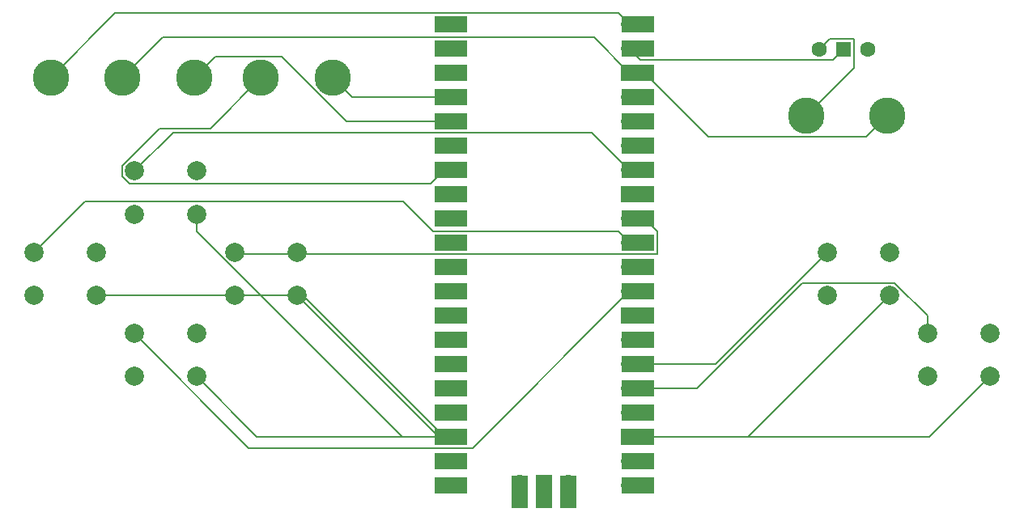
<source format=gbr>
%TF.GenerationSoftware,KiCad,Pcbnew,9.0.5*%
%TF.CreationDate,2025-11-07T13:00:17-05:00*%
%TF.ProjectId,PCB,5043422e-6b69-4636-9164-5f7063625858,rev?*%
%TF.SameCoordinates,Original*%
%TF.FileFunction,Copper,L1,Top*%
%TF.FilePolarity,Positive*%
%FSLAX46Y46*%
G04 Gerber Fmt 4.6, Leading zero omitted, Abs format (unit mm)*
G04 Created by KiCad (PCBNEW 9.0.5) date 2025-11-07 13:00:17*
%MOMM*%
%LPD*%
G01*
G04 APERTURE LIST*
%TA.AperFunction,ComponentPad*%
%ADD10C,3.800000*%
%TD*%
%TA.AperFunction,ComponentPad*%
%ADD11C,2.000000*%
%TD*%
%TA.AperFunction,ComponentPad*%
%ADD12R,1.500000X1.500000*%
%TD*%
%TA.AperFunction,ComponentPad*%
%ADD13C,1.600000*%
%TD*%
%TA.AperFunction,ComponentPad*%
%ADD14O,1.700000X1.700000*%
%TD*%
%TA.AperFunction,SMDPad,CuDef*%
%ADD15R,3.500000X1.700000*%
%TD*%
%TA.AperFunction,ComponentPad*%
%ADD16R,1.700000X1.700000*%
%TD*%
%TA.AperFunction,SMDPad,CuDef*%
%ADD17R,1.700000X3.500000*%
%TD*%
%TA.AperFunction,Conductor*%
%ADD18C,0.200000*%
%TD*%
G04 APERTURE END LIST*
D10*
%TO.P,H1,1,1*%
%TO.N,Net-(U1-VBUS)*%
X70500000Y-74000000D03*
%TD*%
D11*
%TO.P,SW1,1,1*%
%TO.N,Net-(U1-GPIO28_ADC2)*%
X79250000Y-83750000D03*
X85750000Y-83750000D03*
%TO.P,SW1,2,2*%
%TO.N,Net-(SW1-Pad2)*%
X79250000Y-88250000D03*
X85750000Y-88250000D03*
%TD*%
%TO.P,SW3,1,1*%
%TO.N,Net-(U1-GPIO27_ADC1)*%
X89750000Y-92250000D03*
X96250000Y-92250000D03*
%TO.P,SW3,2,2*%
%TO.N,Net-(SW1-Pad2)*%
X89750000Y-96750000D03*
X96250000Y-96750000D03*
%TD*%
D12*
%TO.P,SW7,1,A*%
%TO.N,Net-(SW7-A)*%
X153460000Y-71000000D03*
D13*
%TO.P,SW7,2,B*%
%TO.N,Net-(SW7-B)*%
X150920000Y-71000000D03*
%TO.P,SW7,3,C*%
%TO.N,unconnected-(SW7-C-Pad3)*%
X156000000Y-71000000D03*
%TD*%
D11*
%TO.P,SW5,1,1*%
%TO.N,Net-(U1-GPIO20)*%
X151750000Y-92250000D03*
X158250000Y-92250000D03*
%TO.P,SW5,2,2*%
%TO.N,Net-(SW5-Pad2)*%
X151750000Y-96750000D03*
X158250000Y-96750000D03*
%TD*%
%TO.P,SW2,1,1*%
%TO.N,Net-(U1-GPIO26_ADC0)*%
X68750000Y-92250000D03*
X75250000Y-92250000D03*
%TO.P,SW2,2,2*%
%TO.N,Net-(SW1-Pad2)*%
X68750000Y-96750000D03*
X75250000Y-96750000D03*
%TD*%
D10*
%TO.P,H4,1,1*%
%TO.N,Net-(U1-GPIO5)*%
X92500000Y-74000000D03*
%TD*%
D11*
%TO.P,SW6,1,1*%
%TO.N,Net-(U1-GPIO19)*%
X162250000Y-100750000D03*
X168750000Y-100750000D03*
%TO.P,SW6,2,2*%
%TO.N,Net-(SW5-Pad2)*%
X162250000Y-105250000D03*
X168750000Y-105250000D03*
%TD*%
%TO.P,SW4,1,1*%
%TO.N,Net-(U1-GPIO22)*%
X79250000Y-100750000D03*
X85750000Y-100750000D03*
%TO.P,SW4,2,2*%
%TO.N,Net-(SW1-Pad2)*%
X79250000Y-105250000D03*
X85750000Y-105250000D03*
%TD*%
D10*
%TO.P,H6,1,1*%
%TO.N,Net-(SW7-B)*%
X149500000Y-78000000D03*
%TD*%
D14*
%TO.P,U1,1,GPIO0*%
%TO.N,unconnected-(U1-GPIO0-Pad1)*%
X113220000Y-68400000D03*
D15*
X112320000Y-68400000D03*
D14*
%TO.P,U1,2,GPIO1*%
%TO.N,unconnected-(U1-GPIO1-Pad2)*%
X113220000Y-70940000D03*
D15*
X112320000Y-70940000D03*
D16*
%TO.P,U1,3,GND*%
%TO.N,unconnected-(U1-GND-Pad3)*%
X113220000Y-73480000D03*
D15*
X112320000Y-73480000D03*
D14*
%TO.P,U1,4,GPIO2*%
%TO.N,Net-(U1-GPIO2)*%
X113220000Y-76020000D03*
D15*
X112320000Y-76020000D03*
D14*
%TO.P,U1,5,GPIO3*%
%TO.N,Net-(U1-GPIO3)*%
X113220000Y-78560000D03*
D15*
X112320000Y-78560000D03*
D14*
%TO.P,U1,6,GPIO4*%
%TO.N,unconnected-(U1-GPIO4-Pad6)*%
X113220000Y-81100000D03*
D15*
X112320000Y-81100000D03*
D14*
%TO.P,U1,7,GPIO5*%
%TO.N,Net-(U1-GPIO5)*%
X113220000Y-83640000D03*
D15*
X112320000Y-83640000D03*
D16*
%TO.P,U1,8,GND*%
%TO.N,unconnected-(U1-GND-Pad8)*%
X113220000Y-86180000D03*
D15*
X112320000Y-86180000D03*
D14*
%TO.P,U1,9,GPIO6*%
%TO.N,unconnected-(U1-GPIO6-Pad9)*%
X113220000Y-88720000D03*
D15*
X112320000Y-88720000D03*
D14*
%TO.P,U1,10,GPIO7*%
%TO.N,unconnected-(U1-GPIO7-Pad10)*%
X113220000Y-91260000D03*
D15*
X112320000Y-91260000D03*
D14*
%TO.P,U1,11,GPIO8*%
%TO.N,unconnected-(U1-GPIO8-Pad11)*%
X113220000Y-93800000D03*
D15*
X112320000Y-93800000D03*
D14*
%TO.P,U1,12,GPIO9*%
%TO.N,unconnected-(U1-GPIO9-Pad12)*%
X113220000Y-96340000D03*
D15*
X112320000Y-96340000D03*
D16*
%TO.P,U1,13,GND*%
%TO.N,unconnected-(U1-GND-Pad13)*%
X113220000Y-98880000D03*
D15*
X112320000Y-98880000D03*
D14*
%TO.P,U1,14,GPIO10*%
%TO.N,unconnected-(U1-GPIO10-Pad14)*%
X113220000Y-101420000D03*
D15*
X112320000Y-101420000D03*
D14*
%TO.P,U1,15,GPIO11*%
%TO.N,unconnected-(U1-GPIO11-Pad15)*%
X113220000Y-103960000D03*
D15*
X112320000Y-103960000D03*
D14*
%TO.P,U1,16,GPIO12*%
%TO.N,unconnected-(U1-GPIO12-Pad16)*%
X113220000Y-106500000D03*
D15*
X112320000Y-106500000D03*
D14*
%TO.P,U1,17,GPIO13*%
%TO.N,unconnected-(U1-GPIO13-Pad17)*%
X113220000Y-109040000D03*
D15*
X112320000Y-109040000D03*
D16*
%TO.P,U1,18,GND*%
%TO.N,Net-(SW1-Pad2)*%
X113220000Y-111580000D03*
D15*
X112320000Y-111580000D03*
D14*
%TO.P,U1,19,GPIO14*%
%TO.N,unconnected-(U1-GPIO14-Pad19)*%
X113220000Y-114120000D03*
D15*
X112320000Y-114120000D03*
D14*
%TO.P,U1,20,GPIO15*%
%TO.N,unconnected-(U1-GPIO15-Pad20)*%
X113220000Y-116660000D03*
D15*
X112320000Y-116660000D03*
D14*
%TO.P,U1,21,GPIO16*%
%TO.N,unconnected-(U1-GPIO16-Pad21)*%
X131000000Y-116660000D03*
D15*
X131900000Y-116660000D03*
D14*
%TO.P,U1,22,GPIO17*%
%TO.N,unconnected-(U1-GPIO17-Pad22)*%
X131000000Y-114120000D03*
D15*
X131900000Y-114120000D03*
D16*
%TO.P,U1,23,GND*%
%TO.N,Net-(SW5-Pad2)*%
X131000000Y-111580000D03*
D15*
X131900000Y-111580000D03*
D14*
%TO.P,U1,24,GPIO18*%
%TO.N,unconnected-(U1-GPIO18-Pad24)*%
X131000000Y-109040000D03*
D15*
X131900000Y-109040000D03*
D14*
%TO.P,U1,25,GPIO19*%
%TO.N,Net-(U1-GPIO19)*%
X131000000Y-106500000D03*
D15*
X131900000Y-106500000D03*
D14*
%TO.P,U1,26,GPIO20*%
%TO.N,Net-(U1-GPIO20)*%
X131000000Y-103960000D03*
D15*
X131900000Y-103960000D03*
D14*
%TO.P,U1,27,GPIO21*%
%TO.N,unconnected-(U1-GPIO21-Pad27)*%
X131000000Y-101420000D03*
D15*
X131900000Y-101420000D03*
D16*
%TO.P,U1,28,GND*%
%TO.N,unconnected-(U1-GND-Pad28)*%
X131000000Y-98880000D03*
D15*
X131900000Y-98880000D03*
D14*
%TO.P,U1,29,GPIO22*%
%TO.N,Net-(U1-GPIO22)*%
X131000000Y-96340000D03*
D15*
X131900000Y-96340000D03*
D14*
%TO.P,U1,30,RUN*%
%TO.N,unconnected-(U1-RUN-Pad30)*%
X131000000Y-93800000D03*
D15*
X131900000Y-93800000D03*
D14*
%TO.P,U1,31,GPIO26_ADC0*%
%TO.N,Net-(U1-GPIO26_ADC0)*%
X131000000Y-91260000D03*
D15*
X131900000Y-91260000D03*
D14*
%TO.P,U1,32,GPIO27_ADC1*%
%TO.N,Net-(U1-GPIO27_ADC1)*%
X131000000Y-88720000D03*
D15*
X131900000Y-88720000D03*
D16*
%TO.P,U1,33,AGND*%
%TO.N,unconnected-(U1-AGND-Pad33)*%
X131000000Y-86180000D03*
D15*
X131900000Y-86180000D03*
D14*
%TO.P,U1,34,GPIO28_ADC2*%
%TO.N,Net-(U1-GPIO28_ADC2)*%
X131000000Y-83640000D03*
D15*
X131900000Y-83640000D03*
D14*
%TO.P,U1,35,ADC_VREF*%
%TO.N,unconnected-(U1-ADC_VREF-Pad35)*%
X131000000Y-81100000D03*
D15*
X131900000Y-81100000D03*
D14*
%TO.P,U1,36,3V3*%
%TO.N,unconnected-(U1-3V3-Pad36)*%
X131000000Y-78560000D03*
D15*
X131900000Y-78560000D03*
D14*
%TO.P,U1,37,3V3_EN*%
%TO.N,unconnected-(U1-3V3_EN-Pad37)*%
X131000000Y-76020000D03*
D15*
X131900000Y-76020000D03*
D16*
%TO.P,U1,38,GND*%
%TO.N,Net-(H2-Pad1)*%
X131000000Y-73480000D03*
D15*
X131900000Y-73480000D03*
D14*
%TO.P,U1,39,VSYS*%
%TO.N,Net-(SW7-A)*%
X131000000Y-70940000D03*
D15*
X131900000Y-70940000D03*
D14*
%TO.P,U1,40,VBUS*%
%TO.N,Net-(U1-VBUS)*%
X131000000Y-68400000D03*
D15*
X131900000Y-68400000D03*
D14*
%TO.P,U1,41,SWCLK*%
%TO.N,unconnected-(U1-SWCLK-Pad41)*%
X119570000Y-116430000D03*
D17*
X119570000Y-117330000D03*
D16*
%TO.P,U1,42,GND*%
%TO.N,unconnected-(U1-GND-Pad42)*%
X122110000Y-116430000D03*
D17*
X122110000Y-117330000D03*
D14*
%TO.P,U1,43,SWDIO*%
%TO.N,unconnected-(U1-SWDIO-Pad43)*%
X124650000Y-116430000D03*
D17*
X124650000Y-117330000D03*
%TD*%
D10*
%TO.P,H2,1,1*%
%TO.N,Net-(H2-Pad1)*%
X78000000Y-74000000D03*
%TD*%
%TO.P,H3,1,1*%
%TO.N,Net-(U1-GPIO3)*%
X85500000Y-74000000D03*
%TD*%
%TO.P,H7,1,1*%
%TO.N,Net-(H2-Pad1)*%
X158000000Y-78000000D03*
%TD*%
%TO.P,H5,1,1*%
%TO.N,Net-(U1-GPIO2)*%
X100000000Y-74000000D03*
%TD*%
D18*
%TO.N,Net-(U1-VBUS)*%
X70500000Y-74000000D02*
X77251000Y-67249000D01*
X129849000Y-67249000D02*
X131000000Y-68400000D01*
X77251000Y-67249000D02*
X129849000Y-67249000D01*
%TO.N,Net-(H2-Pad1)*%
X158000000Y-78000000D02*
X155799000Y-80201000D01*
X127309000Y-69789000D02*
X131000000Y-73480000D01*
X78000000Y-74000000D02*
X82211000Y-69789000D01*
X82211000Y-69789000D02*
X127309000Y-69789000D01*
X155799000Y-80201000D02*
X139283000Y-80201000D01*
X132562000Y-73480000D02*
X131000000Y-73480000D01*
X139283000Y-80201000D02*
X132562000Y-73480000D01*
%TO.N,Net-(U1-GPIO3)*%
X101447315Y-78560000D02*
X113220000Y-78560000D01*
X85500000Y-74000000D02*
X87701000Y-71799000D01*
X94686315Y-71799000D02*
X101447315Y-78560000D01*
X87701000Y-71799000D02*
X94686315Y-71799000D01*
%TO.N,Net-(U1-GPIO5)*%
X110269000Y-85051000D02*
X111680000Y-83640000D01*
X87190000Y-79310000D02*
X81850108Y-79310000D01*
X78711108Y-85051000D02*
X110269000Y-85051000D01*
X77949000Y-84288892D02*
X78711108Y-85051000D01*
X77949000Y-83211108D02*
X77949000Y-84288892D01*
X92500000Y-74000000D02*
X87190000Y-79310000D01*
X111680000Y-83640000D02*
X113220000Y-83640000D01*
X81850108Y-79310000D02*
X77949000Y-83211108D01*
%TO.N,Net-(U1-GPIO2)*%
X102020000Y-76020000D02*
X113220000Y-76020000D01*
X100000000Y-74000000D02*
X102020000Y-76020000D01*
%TO.N,Net-(SW7-B)*%
X150920000Y-71000000D02*
X151971000Y-69949000D01*
X154511000Y-72989000D02*
X149500000Y-78000000D01*
X154511000Y-69949000D02*
X154511000Y-72989000D01*
X151971000Y-69949000D02*
X154511000Y-69949000D01*
%TO.N,Net-(U1-GPIO28_ADC2)*%
X83289000Y-79711000D02*
X127071000Y-79711000D01*
X79250000Y-83750000D02*
X83289000Y-79711000D01*
X127071000Y-79711000D02*
X131000000Y-83640000D01*
%TO.N,Net-(SW1-Pad2)*%
X96828000Y-96750000D02*
X111658000Y-111580000D01*
X111658000Y-111580000D02*
X113220000Y-111580000D01*
X85750000Y-105250000D02*
X92080000Y-111580000D01*
X107240108Y-111580000D02*
X113220000Y-111580000D01*
X85750000Y-88250000D02*
X85750000Y-90089892D01*
X85750000Y-90089892D02*
X107240108Y-111580000D01*
X111080000Y-111580000D02*
X113220000Y-111580000D01*
X96250000Y-96750000D02*
X111080000Y-111580000D01*
X75250000Y-96750000D02*
X96828000Y-96750000D01*
X92080000Y-111580000D02*
X113220000Y-111580000D01*
%TO.N,Net-(U1-GPIO26_ADC0)*%
X129849000Y-90109000D02*
X131000000Y-91260000D01*
X74051000Y-86949000D02*
X107347000Y-86949000D01*
X107347000Y-86949000D02*
X110507000Y-90109000D01*
X110507000Y-90109000D02*
X129849000Y-90109000D01*
X68750000Y-92250000D02*
X74051000Y-86949000D01*
%TO.N,Net-(U1-GPIO27_ADC1)*%
X133951000Y-92411000D02*
X133951000Y-90109000D01*
X133951000Y-90109000D02*
X132562000Y-88720000D01*
X89750000Y-92250000D02*
X89911000Y-92411000D01*
X89911000Y-92411000D02*
X133951000Y-92411000D01*
X132562000Y-88720000D02*
X131000000Y-88720000D01*
%TO.N,Net-(U1-GPIO22)*%
X79250000Y-100750000D02*
X91231000Y-112731000D01*
X91231000Y-112731000D02*
X114609000Y-112731000D01*
X114609000Y-112731000D02*
X131000000Y-96340000D01*
%TO.N,Net-(SW5-Pad2)*%
X158250000Y-96750000D02*
X143420000Y-111580000D01*
X168750000Y-105250000D02*
X162420000Y-111580000D01*
X143420000Y-111580000D02*
X131000000Y-111580000D01*
X162420000Y-111580000D02*
X131000000Y-111580000D01*
%TO.N,Net-(U1-GPIO20)*%
X140040000Y-103960000D02*
X131000000Y-103960000D01*
X151750000Y-92250000D02*
X140040000Y-103960000D01*
%TO.N,Net-(U1-GPIO19)*%
X162250000Y-98910108D02*
X158788892Y-95449000D01*
X162250000Y-100750000D02*
X162250000Y-98910108D01*
X158788892Y-95449000D02*
X149118100Y-95449000D01*
X138067100Y-106500000D02*
X131000000Y-106500000D01*
X149118100Y-95449000D02*
X138067100Y-106500000D01*
%TO.N,Net-(SW7-A)*%
X132161000Y-72101000D02*
X131000000Y-70940000D01*
X153460000Y-71000000D02*
X152359000Y-72101000D01*
X152359000Y-72101000D02*
X132161000Y-72101000D01*
%TD*%
M02*

</source>
